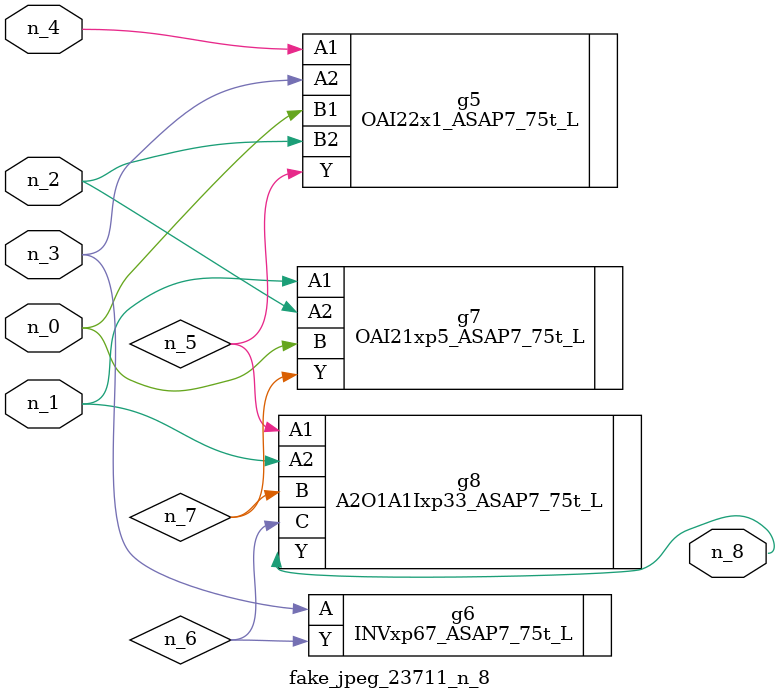
<source format=v>
module fake_jpeg_23711_n_8 (n_3, n_2, n_1, n_0, n_4, n_8);

input n_3;
input n_2;
input n_1;
input n_0;
input n_4;

output n_8;

wire n_6;
wire n_5;
wire n_7;

OAI22x1_ASAP7_75t_L g5 ( 
.A1(n_4),
.A2(n_3),
.B1(n_0),
.B2(n_2),
.Y(n_5)
);

INVxp67_ASAP7_75t_L g6 ( 
.A(n_3),
.Y(n_6)
);

OAI21xp5_ASAP7_75t_L g7 ( 
.A1(n_1),
.A2(n_2),
.B(n_0),
.Y(n_7)
);

A2O1A1Ixp33_ASAP7_75t_L g8 ( 
.A1(n_5),
.A2(n_1),
.B(n_7),
.C(n_6),
.Y(n_8)
);


endmodule
</source>
